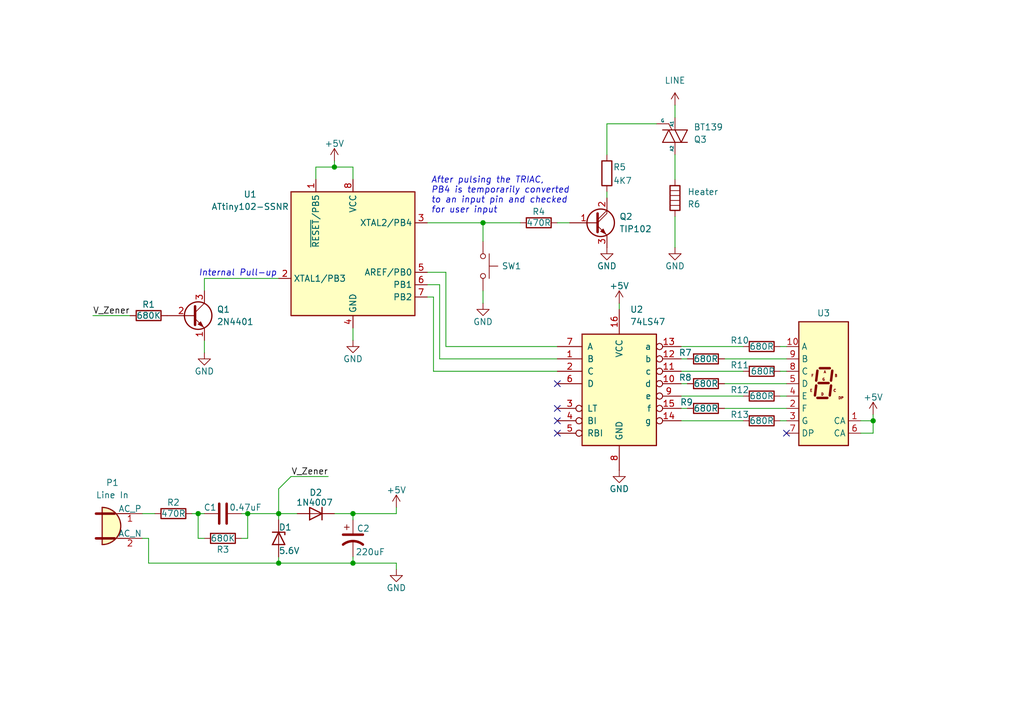
<source format=kicad_sch>
(kicad_sch (version 20231120) (generator "eeschema") (generator_version "8.0")
  (paper "A5")
  (title_block (title "Heating Pad Control Unit") (date "2024-05-06") (rev "0") (company "ZAM Industries LLC") (comment 1 "Drawn By: Mark Vaughn"))
  (lib_symbols
    (symbol "74xx:74LS47" (pin_names (offset 1.016))
      (property "Reference" "U" (at -7.62 11.43 0))
      (property "Value" "74LS47" (at -7.62 -13.97 0))
      (symbol "74LS47_1_0"
        (pin input line (at -12.7 5.08 0) (length 5.08) (name "B") (number "1"))
        (pin open_collector inverted (at 12.7 0 180) (length 5.08) (name "d") (number "10"))
        (pin open_collector inverted (at 12.7 2.54 180) (length 5.08) (name "c") (number "11"))
        (pin open_collector inverted (at 12.7 5.08 180) (length 5.08) (name "b") (number "12"))
        (pin open_collector inverted (at 12.7 7.62 180) (length 5.08) (name "a") (number "13"))
        (pin open_collector inverted (at 12.7 -7.62 180) (length 5.08) (name "g") (number "14"))
        (pin open_collector inverted (at 12.7 -5.08 180) (length 5.08) (name "f") (number "15"))
        (pin power_in line (at 0 15.24 270) (length 5.08) (name "VCC") (number "16"))
        (pin input line (at -12.7 2.54 0) (length 5.08) (name "C") (number "2"))
        (pin input inverted (at -12.7 -5.08 0) (length 5.08) (name "LT") (number "3"))
        (pin input inverted (at -12.7 -7.62 0) (length 5.08) (name "BI") (number "4"))
        (pin input inverted (at -12.7 -10.16 0) (length 5.08) (name "RBI") (number "5"))
        (pin input line (at -12.7 0 0) (length 5.08) (name "D") (number "6"))
        (pin input line (at -12.7 7.62 0) (length 5.08) (name "A") (number "7"))
        (pin power_in line (at 0 -17.78 90) (length 5.08) (name "GND") (number "8"))
        (pin open_collector inverted (at 12.7 -2.54 180) (length 5.08) (name "e") (number "9"))
      )
      (symbol "74LS47_1_1"
        (rectangle (start -7.62 10.16) (end 7.62 -12.7) (stroke (width 0.254)) (fill (type background)))
      )
    )
    (symbol "Connector:Conn_WallPlug" (pin_names (offset 0))
      (property "Reference" "P" (at -1.27 4.445 0))
      (property "Value" "Conn_WallPlug" (at -5.715 0 90))
      (symbol "Conn_WallPlug_0_1"
        (arc (start -3.175 -3.81) (mid 0.6184 0) (end -3.175 3.81) (stroke (width 0.254)) (fill (type background)))
        (polyline (pts (xy -4.445 -2.54) (xy -0.635 -2.54)) (stroke (width 0.508)))
        (polyline (pts (xy -4.445 2.54) (xy -0.635 2.54)) (stroke (width 0.508)))
        (polyline (pts (xy -3.175 -3.81) (xy -3.175 3.81)) (stroke (width 0.254)))
        (polyline (pts (xy -0.635 -2.54) (xy 2.54 -2.54)))
        (polyline (pts (xy -0.635 2.54) (xy 2.54 2.54)))
      )
      (symbol "Conn_WallPlug_1_1"
        (pin power_out line (at 5.08 2.54 180) (length 5.08) (name "AC_P") (number "1"))
        (pin power_out line (at 5.08 -2.54 180) (length 5.08) (name "AC_N") (number "2"))
      )
    )
    (symbol "Device:C" (pin_numbers hide) (pin_names (offset 0.254))
      (property "Reference" "C" (at 0.635 2.54 0))
      (property "Value" "C" (at 0.635 -2.54 0))
      (symbol "C_0_1"
        (polyline (pts (xy -2.032 -0.762) (xy 2.032 -0.762)) (stroke (width 0.508)))
        (polyline (pts (xy -2.032 0.762) (xy 2.032 0.762)) (stroke (width 0.508)))
      )
      (symbol "C_1_1"
        (pin passive line (at 0 3.81 270) (length 2.794) (name "~") (number "1"))
        (pin passive line (at 0 -3.81 90) (length 2.794) (name "~") (number "2"))
      )
    )
    (symbol "Device:C_Polarized_US" (pin_numbers hide) (pin_names (offset 0.254) hide)
      (property "Reference" "C" (at 0.635 2.54 0))
      (property "Value" "C_Polarized_US" (at 0.635 -2.54 0))
      (symbol "C_Polarized_US_0_1"
        (polyline (pts (xy -2.032 0.762) (xy 2.032 0.762)) (stroke (width 0.508)))
        (polyline (pts (xy -1.778 2.286) (xy -0.762 2.286)))
        (polyline (pts (xy -1.27 1.778) (xy -1.27 2.794)))
        (arc (start 2.032 -1.27) (mid 0 -0.5572) (end -2.032 -1.27) (stroke (width 0.508)))
      )
      (symbol "C_Polarized_US_1_1"
        (pin passive line (at 0 3.81 270) (length 2.794) (name "~") (number "1"))
        (pin passive line (at 0 -3.81 90) (length 3.302) (name "~") (number "2"))
      )
    )
    (symbol "Device:D" (pin_numbers hide) (pin_names (offset 1.016) hide)
      (property "Reference" "D" (at 0 2.54 0))
      (property "Value" "D" (at 0 -2.54 0))
      (symbol "D_0_1"
        (polyline (pts (xy -1.27 1.27) (xy -1.27 -1.27)) (stroke (width 0.254)))
        (polyline (pts (xy 1.27 0) (xy -1.27 0)))
        (polyline (pts (xy 1.27 1.27) (xy 1.27 -1.27) (xy -1.27 0) (xy 1.27 1.27)) (stroke (width 0.254)))
      )
      (symbol "D_1_1"
        (pin passive line (at -3.81 0 0) (length 2.54) (name "K") (number "1"))
        (pin passive line (at 3.81 0 180) (length 2.54) (name "A") (number "2"))
      )
    )
    (symbol "Device:D_Zener" (pin_numbers hide) (pin_names (offset 1.016) hide)
      (property "Reference" "D" (at 0 2.54 0))
      (property "Value" "D_Zener" (at 0 -2.54 0))
      (symbol "D_Zener_0_1"
        (polyline (pts (xy 1.27 0) (xy -1.27 0)))
        (polyline (pts (xy -1.27 -1.27) (xy -1.27 1.27) (xy -0.762 1.27)) (stroke (width 0.254)))
        (polyline (pts (xy 1.27 -1.27) (xy 1.27 1.27) (xy -1.27 0) (xy 1.27 -1.27)) (stroke (width 0.254)))
      )
      (symbol "D_Zener_1_1"
        (pin passive line (at -3.81 0 0) (length 2.54) (name "K") (number "1"))
        (pin passive line (at 3.81 0 180) (length 2.54) (name "A") (number "2"))
      )
    )
    (symbol "Device:Heater" (pin_numbers hide) (pin_names (offset 0))
      (property "Reference" "R" (at 2.032 0 90))
      (property "Value" "Heater" (at -2.032 0 90))
      (symbol "Heater_0_1"
        (rectangle (start -1.016 -2.54) (end 1.016 2.54) (stroke (width 0.254)))
        (polyline (pts (xy -1.016 1.524) (xy 1.016 1.524)))
        (polyline (pts (xy 1.016 -1.524) (xy -1.016 -1.524)))
        (polyline (pts (xy 1.016 -0.508) (xy -1.016 -0.508)))
        (polyline (pts (xy 1.016 0.508) (xy -1.016 0.508)))
      )
      (symbol "Heater_1_1"
        (pin passive line (at 0 3.81 270) (length 1.27) (name "~") (number "1"))
        (pin passive line (at 0 -3.81 90) (length 1.27) (name "~") (number "2"))
      )
    )
    (symbol "Device:Q_NPN_Darlington_BCE" (pin_names (offset 0) hide)
      (property "Reference" "Q" (at 4.572 1.27 0))
      (property "Value" "Q_NPN_Darlington_BCE" (at 4.572 -1.27 0))
      (symbol "Q_NPN_Darlington_BCE_0_1"
        (polyline (pts (xy 0.635 0.635) (xy 2.54 2.54)))
        (polyline (pts (xy 0.635 -0.635) (xy 2.54 -2.54) (xy 2.54 -2.54)))
        (polyline (pts (xy 0.635 0) (xy 2.54 1.905) (xy 2.54 2.54)))
        (polyline (pts (xy 0.635 1.905) (xy 0.635 -1.905) (xy 0.635 -1.905)) (stroke (width 0.508)))
        (polyline (pts (xy 1.27 -1.778) (xy 1.778 -1.27) (xy 2.286 -2.286) (xy 1.27 -1.778) (xy 1.27 -1.778)) (fill (type outline)))
        (circle (center 1.27 0) (radius 2.8194) (stroke (width 0.254)))
      )
      (symbol "Q_NPN_Darlington_BCE_1_1"
        (pin input line (at -5.08 0 0) (length 5.715) (name "B") (number "1"))
        (pin passive line (at 2.54 5.08 270) (length 2.54) (name "C") (number "2"))
        (pin passive line (at 2.54 -5.08 90) (length 2.54) (name "E") (number "3"))
      )
    )
    (symbol "Device:Q_NPN_EBC" (pin_names (offset 0) hide)
      (property "Reference" "Q" (at 5.08 1.27 0))
      (property "Value" "Q_NPN_EBC" (at 5.08 -1.27 0))
      (symbol "Q_NPN_EBC_0_1"
        (polyline (pts (xy 0.635 0.635) (xy 2.54 2.54)))
        (polyline (pts (xy 0.635 -0.635) (xy 2.54 -2.54) (xy 2.54 -2.54)))
        (polyline (pts (xy 0.635 1.905) (xy 0.635 -1.905) (xy 0.635 -1.905)) (stroke (width 0.508)))
        (polyline (pts (xy 1.27 -1.778) (xy 1.778 -1.27) (xy 2.286 -2.286) (xy 1.27 -1.778) (xy 1.27 -1.778)) (fill (type outline)))
        (circle (center 1.27 0) (radius 2.8194) (stroke (width 0.254)))
      )
      (symbol "Q_NPN_EBC_1_1"
        (pin passive line (at 2.54 -5.08 90) (length 2.54) (name "E") (number "1"))
        (pin passive line (at -5.08 0 0) (length 5.715) (name "B") (number "2"))
        (pin passive line (at 2.54 5.08 270) (length 2.54) (name "C") (number "3"))
      )
    )
    (symbol "Device:R" (pin_numbers hide) (pin_names (offset 0))
      (property "Reference" "R" (at 2.032 0 90))
      (property "Value" "R" (at 0 0 90))
      (symbol "R_0_1"
        (rectangle (start -1.016 -2.54) (end 1.016 2.54) (stroke (width 0.254)))
      )
      (symbol "R_1_1"
        (pin passive line (at 0 3.81 270) (length 1.27) (name "~") (number "1"))
        (pin passive line (at 0 -3.81 90) (length 1.27) (name "~") (number "2"))
      )
    )
    (symbol "Display_Character:SA39-12EWA"
      (property "Reference" "U" (at -3.81 13.97 0))
      (property "Value" "SA39-12EWA" (at 6.35 13.97 0))
      (symbol "SA39-12EWA_1_0"
        (text "A" (at 0.254 2.413 0) (effects (font (size 0.508 0.508))))
        (text "B" (at 2.54 1.651 0) (effects (font (size 0.508 0.508))))
        (text "C" (at 2.286 -1.397 0) (effects (font (size 0.508 0.508))))
        (text "D" (at -0.254 -2.159 0) (effects (font (size 0.508 0.508))))
        (text "DP" (at 3.556 -2.921 0) (effects (font (size 0.508 0.508))))
        (text "E" (at -2.54 -1.397 0) (effects (font (size 0.508 0.508))))
        (text "F" (at -2.286 1.651 0) (effects (font (size 0.508 0.508))))
        (text "G" (at 0 0.889 0) (effects (font (size 0.508 0.508))))
      )
      (symbol "SA39-12EWA_1_1"
        (rectangle (start -5.08 12.7) (end 5.08 -12.7) (stroke (width 0.254)) (fill (type background)))
        (polyline (pts (xy -1.524 -0.381) (xy -1.778 -2.413)) (stroke (width 0.508)))
        (polyline (pts (xy -1.27 -2.921) (xy 0.762 -2.921)) (stroke (width 0.508)))
        (polyline (pts (xy -1.27 2.667) (xy -1.524 0.635)) (stroke (width 0.508)))
        (polyline (pts (xy -1.016 0.127) (xy 1.016 0.127)) (stroke (width 0.508)))
        (polyline (pts (xy -0.762 3.175) (xy 1.27 3.175)) (stroke (width 0.508)))
        (polyline (pts (xy 1.524 -0.381) (xy 1.27 -2.413)) (stroke (width 0.508)))
        (polyline (pts (xy 1.778 2.667) (xy 1.524 0.635)) (stroke (width 0.508)))
        (polyline (pts (xy 2.54 -2.921) (xy 2.54 -2.921)) (stroke (width 0.508)))
        (pin input line (at 7.62 -7.62 180) (length 2.54) (name "CA") (number "1"))
        (pin input line (at -7.62 7.62 0) (length 2.54) (name "A") (number "10"))
        (pin input line (at -7.62 -5.08 0) (length 2.54) (name "F") (number "2"))
        (pin input line (at -7.62 -7.62 0) (length 2.54) (name "G") (number "3"))
        (pin input line (at -7.62 -2.54 0) (length 2.54) (name "E") (number "4"))
        (pin input line (at -7.62 0 0) (length 2.54) (name "D") (number "5"))
        (pin input line (at 7.62 -10.16 180) (length 2.54) (name "CA") (number "6"))
        (pin input line (at -7.62 -10.16 0) (length 2.54) (name "DP") (number "7"))
        (pin input line (at -7.62 2.54 0) (length 2.54) (name "C") (number "8"))
        (pin input line (at -7.62 5.08 0) (length 2.54) (name "B") (number "9"))
      )
    )
    (symbol "MCU_Microchip_ATtiny:ATtiny25-20P"
      (property "Reference" "U?" (at -13.462 11.938 0))
      (property "Value" "ATtiny25-20P" (at -13.462 9.398 0))
      (symbol "ATtiny25-20P_0_1"
        (rectangle (start -12.7 12.7) (end 12.7 -12.7) (stroke (width 0.254)) (fill (type background)))
      )
      (symbol "ATtiny25-20P_1_1"
        (pin bidirectional line (at -7.62 15.24 270) (length 2.54) (name "~{RESET}/PB5") (number "1"))
        (pin bidirectional line (at -15.24 -5.08 0) (length 2.54) (name "XTAL1/PB3") (number "2"))
        (pin bidirectional line (at 15.24 6.35 180) (length 2.54) (name "XTAL2/PB4") (number "3"))
        (pin power_in line (at 0 -15.24 90) (length 2.54) (name "GND") (number "4"))
        (pin bidirectional line (at 15.24 -3.81 180) (length 2.54) (name "AREF/PB0") (number "5"))
        (pin bidirectional line (at 15.24 -6.35 180) (length 2.54) (name "PB1") (number "6"))
        (pin bidirectional line (at 15.24 -8.89 180) (length 2.54) (name "PB2") (number "7"))
        (pin power_in line (at 0 15.24 270) (length 2.54) (name "VCC") (number "8"))
      )
    )
    (symbol "Switch:SW_Push" (pin_numbers hide) (pin_names (offset 1.016) hide)
      (property "Reference" "SW" (at 1.27 2.54 0))
      (property "Value" "SW_Push" (at 0 -1.524 0))
      (symbol "SW_Push_0_1"
        (circle (center -2.032 0) (radius 0.508))
        (polyline (pts (xy 0 1.27) (xy 0 3.048)))
        (polyline (pts (xy 2.54 1.27) (xy -2.54 1.27)))
        (circle (center 2.032 0) (radius 0.508))
        (pin passive line (at -5.08 0 0) (length 2.54) (name "1") (number "1"))
        (pin passive line (at 5.08 0 180) (length 2.54) (name "2") (number "2"))
      )
    )
    (symbol "Triac_Thyristor:BT139-600" (pin_numbers hide) (pin_names (offset 0))
      (property "Reference" "Q" (at 5.08 1.905 0))
      (property "Value" "BT139-600" (at 5.08 0 0))
      (symbol "BT139-600_0_1"
        (polyline (pts (xy -2.54 -1.27) (xy 2.54 -1.27)) (stroke (width 0.2032)))
        (polyline (pts (xy -2.54 1.27) (xy 2.54 1.27)) (stroke (width 0.2032)))
        (polyline (pts (xy -1.27 -2.54) (xy -0.635 -1.27)))
        (polyline (pts (xy -2.54 1.27) (xy -1.27 -1.27) (xy 0 1.27)) (stroke (width 0.2032)))
        (polyline (pts (xy 0 -1.27) (xy 1.27 1.27) (xy 2.54 -1.27)) (stroke (width 0.2032)))
      )
      (symbol "BT139-600_1_1"
        (pin passive line (at 0 -3.81 90) (length 2.54) (name "A1") (number "1"))
        (pin passive line (at 0 3.81 270) (length 2.54) (name "A2") (number "2"))
        (pin input line (at -3.81 -2.54 0) (length 2.54) (name "G") (number "3"))
      )
    )
    (symbol "power:+5V" (power) (pin_numbers hide) (pin_names (offset 0) hide)
      (property "Value" "+5V" (at 0 3.556 0))
      (symbol "+5V_0_1"
        (polyline (pts (xy -0.762 1.27) (xy 0 2.54)))
        (polyline (pts (xy 0 0) (xy 0 2.54)))
        (polyline (pts (xy 0 2.54) (xy 0.762 1.27)))
      )
      (symbol "+5V_1_1"
        (pin power_in line (at 0 0 90) (length 0) (name "~") (number "1"))
      )
    )
    (symbol "power:GND" (power) (pin_numbers hide) (pin_names (offset 0) hide)
      (property "Value" "GND" (at 0 -3.81 0))
      (symbol "GND_0_1"
        (polyline (pts (xy 0 0) (xy 0 -1.27) (xy 1.27 -1.27) (xy 0 -2.54) (xy -1.27 -1.27) (xy 0 -1.27)))
      )
      (symbol "GND_1_1"
        (pin power_in line (at 0 0 270) (length 0) (name "~") (number "1"))
      )
    )
    (symbol "power:LINE" (power) (pin_numbers hide) (pin_names (offset 0) hide)
      (property "Value" "LINE" (at 0 3.556 0))
      (symbol "LINE_0_1"
        (polyline (pts (xy -0.762 1.27) (xy 0 2.54)))
        (polyline (pts (xy 0 0) (xy 0 2.54)))
        (polyline (pts (xy 0 2.54) (xy 0.762 1.27)))
      )
      (symbol "LINE_1_1"
        (pin power_in line (at 0 0 90) (length 0) (name "~") (number "1"))
      )
    )
  )
  (junction (at 57.15 105.41))
  (junction (at 50.8 105.41))
  (junction (at 99.06 45.72))
  (junction (at 72.39 105.41))
  (junction (at 57.15 115.57))
  (junction (at 72.39 115.57))
  (junction (at 40.64 105.41))
  (junction (at 68.58 34.29))
  (junction (at 179.07 86.36))
  (no_connect (at 114.3 88.9))
  (no_connect (at 114.3 83.82))
  (no_connect (at 114.3 86.36))
  (no_connect (at 114.3 78.74))
  (no_connect (at 161.29 88.9))
  (wire (pts (xy 72.39 105.41) (xy 72.39 106.68)))
  (wire (pts (xy 161.29 71.12) (xy 160.02 71.12)))
  (wire (pts (xy 30.48 110.49) (xy 30.48 115.57)))
  (wire (pts (xy 124.46 39.37) (xy 124.46 40.64)))
  (wire (pts (xy 50.8 105.41) (xy 57.15 105.41)))
  (wire (pts (xy 59.69 97.79) (xy 67.31 97.79)))
  (wire (pts (xy 50.8 105.41) (xy 50.8 110.49)))
  (wire (pts (xy 140.97 78.74) (xy 139.7 78.74)))
  (wire (pts (xy 49.53 110.49) (xy 50.8 110.49)))
  (wire (pts (xy 39.37 105.41) (xy 40.64 105.41)))
  (wire (pts (xy 127 62.23) (xy 127 63.5)))
  (wire (pts (xy 139.7 81.28) (xy 152.4 81.28)))
  (wire (pts (xy 57.15 115.57) (xy 72.39 115.57)))
  (wire (pts (xy 30.48 115.57) (xy 57.15 115.57)))
  (wire (pts (xy 99.06 45.72) (xy 99.06 49.53)))
  (wire (pts (xy 19.05 64.77) (xy 26.67 64.77)))
  (wire (pts (xy 72.39 114.3) (xy 72.39 115.57)))
  (wire (pts (xy 57.15 105.41) (xy 57.15 100.33)))
  (wire (pts (xy 81.28 115.57) (xy 81.28 116.84)))
  (wire (pts (xy 57.15 114.3) (xy 57.15 115.57)))
  (wire (pts (xy 148.59 78.74) (xy 161.29 78.74)))
  (wire (pts (xy 68.58 34.29) (xy 72.39 34.29)))
  (wire (pts (xy 68.58 33.02) (xy 68.58 34.29)))
  (wire (pts (xy 140.97 73.66) (xy 139.7 73.66)))
  (wire (pts (xy 114.3 45.72) (xy 116.84 45.72)))
  (wire (pts (xy 139.7 86.36) (xy 152.4 86.36)))
  (wire (pts (xy 41.91 69.85) (xy 41.91 72.39)))
  (wire (pts (xy 139.7 71.12) (xy 152.4 71.12)))
  (wire (pts (xy 64.77 34.29) (xy 68.58 34.29)))
  (wire (pts (xy 57.15 105.41) (xy 57.15 106.68)))
  (wire (pts (xy 87.63 58.42) (xy 90.17 58.42)))
  (wire (pts (xy 138.43 31.75) (xy 138.43 36.83)))
  (wire (pts (xy 91.44 55.88) (xy 91.44 71.12)))
  (wire (pts (xy 176.53 88.9) (xy 179.07 88.9)))
  (wire (pts (xy 64.77 34.29) (xy 64.77 36.83)))
  (wire (pts (xy 87.63 60.96) (xy 88.9 60.96)))
  (wire (pts (xy 179.07 85.09) (xy 179.07 86.36)))
  (wire (pts (xy 179.07 86.36) (xy 179.07 88.9)))
  (wire (pts (xy 99.06 59.69) (xy 99.06 62.23)))
  (wire (pts (xy 138.43 21.59) (xy 138.43 24.13)))
  (wire (pts (xy 161.29 86.36) (xy 160.02 86.36)))
  (wire (pts (xy 30.48 110.49) (xy 29.21 110.49)))
  (wire (pts (xy 41.91 57.15) (xy 41.91 59.69)))
  (wire (pts (xy 81.28 104.14) (xy 81.28 105.41)))
  (wire (pts (xy 148.59 73.66) (xy 161.29 73.66)))
  (wire (pts (xy 72.39 34.29) (xy 72.39 36.83)))
  (wire (pts (xy 49.53 105.41) (xy 50.8 105.41)))
  (wire (pts (xy 72.39 115.57) (xy 81.28 115.57)))
  (wire (pts (xy 148.59 83.82) (xy 161.29 83.82)))
  (wire (pts (xy 124.46 25.4) (xy 134.62 25.4)))
  (wire (pts (xy 87.63 45.72) (xy 99.06 45.72)))
  (wire (pts (xy 161.29 76.2) (xy 160.02 76.2)))
  (wire (pts (xy 124.46 25.4) (xy 124.46 31.75)))
  (wire (pts (xy 40.64 105.41) (xy 41.91 105.41)))
  (wire (pts (xy 176.53 86.36) (xy 179.07 86.36)))
  (wire (pts (xy 88.9 60.96) (xy 88.9 76.2)))
  (wire (pts (xy 68.58 105.41) (xy 72.39 105.41)))
  (wire (pts (xy 140.97 83.82) (xy 139.7 83.82)))
  (wire (pts (xy 138.43 44.45) (xy 138.43 50.8)))
  (wire (pts (xy 72.39 105.41) (xy 81.28 105.41)))
  (wire (pts (xy 161.29 81.28) (xy 160.02 81.28)))
  (wire (pts (xy 88.9 76.2) (xy 114.3 76.2)))
  (wire (pts (xy 57.15 100.33) (xy 59.69 97.79)))
  (wire (pts (xy 91.44 71.12) (xy 114.3 71.12)))
  (wire (pts (xy 139.7 76.2) (xy 152.4 76.2)))
  (wire (pts (xy 57.15 105.41) (xy 60.96 105.41)))
  (wire (pts (xy 40.64 105.41) (xy 40.64 110.49)))
  (wire (pts (xy 41.91 57.15) (xy 57.15 57.15)))
  (wire (pts (xy 87.63 55.88) (xy 91.44 55.88)))
  (wire (pts (xy 90.17 58.42) (xy 90.17 73.66)))
  (wire (pts (xy 72.39 67.31) (xy 72.39 69.85)))
  (wire (pts (xy 90.17 73.66) (xy 114.3 73.66)))
  (wire (pts (xy 99.06 45.72) (xy 106.68 45.72)))
  (wire (pts (xy 29.21 105.41) (xy 31.75 105.41)))
  (wire (pts (xy 40.64 110.49) (xy 41.91 110.49)))
  (text "Internal Pull-up" (at 48.768 56.134 0) (effects (font (size 1.27 1.27) (italic yes))))
  (text "After pulsing the TRIAC,\nPB4 is temporarily converted\nto an input pin and checked\nfor user input" (at 88.392 40.132 0) (effects (font (size 1.27 1.27) (italic yes)) (justify left)))
  (label "V_Zener" (at 19.05 64.77 0))
  (label "V_Zener" (at 67.31 97.79 180))
  (symbol (lib_id "power:+5V") (at 81.28 104.14 0) (unit 1)
    (property "Reference" "#PWR04" (effects (hide yes)))
    (property "Value" "+5V" (at 81.28 100.584 0))
    (property "Description" "Power symbol creates a global label with name \"+5V\"" (effects (hide yes)))
  )
  (symbol (lib_id "Triac_Thyristor:BT139-600") (at 138.43 27.94 0) (mirror x) (unit 1)
    (property "Reference" "Q3" (at 142.24 28.6259 0) (effects (justify left)))
    (property "Value" "BT139" (at 142.24 26.0859 0) (effects (justify left)))
    (property "Footprint" "Package_TO_SOT_THT:TO-220-3_Vertical" (effects (hide yes)))
    (property "Datasheet" "https://www.rapidonline.com/pdf/47-3240.pdf" (effects (hide yes)))
    (property "Description" "16A RMS, 600V Off-State Voltage, 4Q Triac, TO-220" (effects (hide yes)))
  )
  (symbol (lib_id "Device:R") (at 124.46 35.56 0) (unit 1)
    (property "Reference" "R5" (at 125.73 34.29 0) (effects (justify left)))
    (property "Value" "4K7" (at 125.73 37.084 0) (effects (justify left)))
    (property "Description" "Resistor" (effects (hide yes)))
  )
  (symbol (lib_id "Device:Q_NPN_Darlington_BCE") (at 121.92 45.72 0) (unit 1)
    (property "Reference" "Q2" (at 127 44.4499 0) (effects (justify left)))
    (property "Value" "TIP102" (at 127 46.9899 0) (effects (justify left)))
    (property "Description" "NPN Darlington transistor, base/collector/emitter" (effects (hide yes)))
  )
  (symbol (lib_id "power:GND") (at 138.43 50.8 0) (unit 1)
    (property "Reference" "#PWR011" (effects (hide yes)))
    (property "Value" "GND" (at 138.43 54.61 0))
    (property "Description" "Power symbol creates a global label with name \"GND\" , ground" (effects (hide yes)))
  )
  (symbol (lib_id "Device:R") (at 144.78 73.66 270) (mirror x) (unit 1)
    (property "Reference" "R7" (at 139.192 72.39 90) (effects (justify left)))
    (property "Value" "680R" (at 144.78 73.66 90))
    (property "Description" "Resistor" (effects (hide yes)))
  )
  (symbol (lib_id "Device:R") (at 35.56 105.41 270) (mirror x) (unit 1)
    (property "Reference" "R2" (at 35.56 103.124 90))
    (property "Value" "470R" (at 35.56 105.41 90))
    (property "Description" "Resistor" (effects (hide yes)))
  )
  (symbol (lib_id "power:GND") (at 72.39 69.85 0) (unit 1)
    (property "Reference" "#PWR03" (effects (hide yes)))
    (property "Value" "GND" (at 72.39 73.66 0))
    (property "Description" "Power symbol creates a global label with name \"GND\" , ground" (effects (hide yes)))
  )
  (symbol (lib_id "power:GND") (at 124.46 50.8 0) (unit 1)
    (property "Reference" "#PWR07" (effects (hide yes)))
    (property "Value" "GND" (at 124.46 54.61 0))
    (property "Description" "Power symbol creates a global label with name \"GND\" , ground" (effects (hide yes)))
  )
  (symbol (lib_id "Device:C") (at 45.72 105.41 90) (unit 1)
    (property "Reference" "C1" (at 44.45 104.14 90) (effects (justify left)))
    (property "Value" "0.47uF" (at 46.99 104.14 90) (effects (justify right)))
    (property "Description" "Unpolarized capacitor" (effects (hide yes)))
  )
  (symbol (lib_id "Device:R") (at 30.48 64.77 270) (unit 1)
    (property "Reference" "R1" (at 30.48 62.484 90))
    (property "Value" "680K" (at 30.48 64.77 90))
    (property "Description" "Resistor" (effects (hide yes)))
  )
  (symbol (lib_id "power:LINE") (at 138.43 21.59 0) (unit 1)
    (property "Reference" "#PWR010" (effects (hide yes)))
    (property "Value" "LINE" (at 138.43 16.51 0))
    (property "Description" "Power symbol creates a global label with name \"LINE\"" (effects (hide yes)))
  )
  (symbol (lib_id "power:GND") (at 127 96.52 0) (unit 1)
    (property "Reference" "#PWR09" (effects (hide yes)))
    (property "Value" "GND" (at 127 100.33 0))
    (property "Description" "Power symbol creates a global label with name \"GND\" , ground" (effects (hide yes)))
  )
  (symbol (lib_id "Device:R") (at 110.49 45.72 270) (mirror x) (unit 1)
    (property "Reference" "R4" (at 110.49 43.434 90))
    (property "Value" "470R" (at 110.49 45.72 90))
    (property "Description" "Resistor" (effects (hide yes)))
  )
  (symbol (lib_id "Switch:SW_Push") (at 99.06 54.61 270) (unit 1)
    (property "Reference" "SW1" (at 102.87 54.61 90) (effects (justify left)))
    (property "Value" "SW_Push" (effects (hide yes)))
    (property "Description" "Push button switch, generic, two pins" (effects (hide yes)))
  )
  (symbol (lib_id "Device:R") (at 156.21 81.28 270) (mirror x) (unit 1)
    (property "Reference" "R12" (at 153.67 80.01 90) (effects (justify right)))
    (property "Value" "680R" (at 156.21 81.28 90))
    (property "Description" "Resistor" (effects (hide yes)))
  )
  (symbol (lib_id "Device:R") (at 45.72 110.49 270) (mirror x) (unit 1)
    (property "Reference" "R3" (at 45.72 112.776 90))
    (property "Value" "680K" (at 45.72 110.49 90))
    (property "Description" "Resistor" (effects (hide yes)))
  )
  (symbol (lib_id "Device:C_Polarized_US") (at 72.39 110.49 0) (unit 1)
    (property "Reference" "C2" (at 73.152 108.458 0) (effects (justify left)))
    (property "Value" "220uF" (at 72.898 113.284 0) (effects (justify left)))
    (property "Description" "Polarized capacitor, US symbol" (effects (hide yes)))
  )
  (symbol (lib_id "power:GND") (at 81.28 116.84 0) (unit 1)
    (property "Reference" "#PWR05" (effects (hide yes)))
    (property "Value" "GND" (at 81.28 120.65 0))
    (property "Description" "Power symbol creates a global label with name \"GND\" , ground" (effects (hide yes)))
  )
  (symbol (lib_id "power:+5V") (at 68.58 33.02 0) (unit 1)
    (property "Reference" "#PWR02" (effects (hide yes)))
    (property "Value" "+5V" (at 68.58 29.464 0))
    (property "Description" "Power symbol creates a global label with name \"+5V\"" (effects (hide yes)))
  )
  (symbol (lib_id "MCU_Microchip_ATtiny:ATtiny25-20P") (at 72.39 52.07 0) (unit 1)
    (property "Reference" "U1" (at 51.308 39.878 0))
    (property "Value" "ATtiny102-SSNR" (at 51.308 42.418 0))
    (property "Footprint" "Package_DIP:DIP-8_W7.62mm" (effects (hide yes)))
    (property "Datasheet" "http://ww1.microchip.com/downloads/en/DeviceDoc/atmel-2586-avr-8-bit-microcontroller-attiny25-attiny45-attiny85_datasheet.pdf" (effects (hide yes)))
    (property "Description" "20MHz, 2kB Flash, 128B SRAM, 128B EEPROM, debugWIRE, DIP-8" (effects (hide yes)))
  )
  (symbol (lib_id "Device:R") (at 156.21 71.12 270) (mirror x) (unit 1)
    (property "Reference" "R10" (at 153.67 69.85 90) (effects (justify right)))
    (property "Value" "680R" (at 156.21 71.12 90))
    (property "Description" "Resistor" (effects (hide yes)))
  )
  (symbol (lib_id "Device:D") (at 64.77 105.41 180) (unit 1)
    (property "Reference" "D2" (at 64.77 101.092 0))
    (property "Value" "1N4007" (at 64.516 103.124 0))
    (property "Description" "Diode" (effects (hide yes)))
    (property "Sim.Device" "D" (effects (hide yes)))
    (property "Sim.Pins" "1=K 2=A" (effects (hide yes)))
  )
  (symbol (lib_id "power:+5V") (at 127 62.23 0) (unit 1)
    (property "Reference" "#PWR08" (effects (hide yes)))
    (property "Value" "+5V" (at 127 58.674 0))
    (property "Description" "Power symbol creates a global label with name \"+5V\"" (effects (hide yes)))
  )
  (symbol (lib_id "Device:R") (at 156.21 76.2 270) (mirror x) (unit 1)
    (property "Reference" "R11" (at 153.67 74.93 90) (effects (justify right)))
    (property "Value" "680R" (at 156.464 76.2 90))
    (property "Description" "Resistor" (effects (hide yes)))
  )
  (symbol (lib_id "Device:R") (at 156.21 86.36 270) (mirror x) (unit 1)
    (property "Reference" "R13" (at 153.67 85.09 90) (effects (justify right)))
    (property "Value" "680R" (at 156.21 86.36 90))
    (property "Description" "Resistor" (effects (hide yes)))
  )
  (symbol (lib_id "power:GND") (at 99.06 62.23 0) (unit 1)
    (property "Reference" "#PWR06" (effects (hide yes)))
    (property "Value" "GND" (at 99.06 66.04 0))
    (property "Description" "Power symbol creates a global label with name \"GND\" , ground" (effects (hide yes)))
  )
  (symbol (lib_id "Display_Character:SA39-12EWA") (at 168.91 78.74 0) (unit 1)
    (property "Reference" "U3" (at 168.91 64.262 0))
    (property "Footprint" "Display_7Segment:Sx39-1xxxxx" (effects (hide yes)))
    (property "Datasheet" "http://www.kingbrightusa.com/images/catalog/SPEC/sa39-12ewa.pdf" (effects (hide yes)))
    (property "Description" "Single digit 7 segment display, high efficiency red, common anode" (effects (hide yes)))
  )
  (symbol (lib_id "74xx:74LS47") (at 127 78.74 0) (unit 1)
    (property "Reference" "U2" (at 129.1941 63.5 0) (effects (justify left)))
    (property "Value" "74LS47" (at 129.1941 66.04 0) (effects (justify left)))
    (property "Datasheet" "http://www.ti.com/lit/gpn/sn74LS47" (effects (hide yes)))
    (property "Description" "BCD to 7-segment Driver, Open Collector, 30V outputs" (effects (hide yes)))
  )
  (symbol (lib_id "Device:R") (at 144.78 78.74 90) (unit 1)
    (property "Reference" "R8" (at 139.192 77.47 90) (effects (justify right)))
    (property "Value" "680R" (at 144.78 78.74 90))
    (property "Description" "Resistor" (effects (hide yes)))
  )
  (symbol (lib_id "power:GND") (at 41.91 72.39 0) (unit 1)
    (property "Reference" "#PWR01" (effects (hide yes)))
    (property "Value" "GND" (at 41.91 76.2 0))
    (property "Description" "Power symbol creates a global label with name \"GND\" , ground" (effects (hide yes)))
  )
  (symbol (lib_id "Device:Q_NPN_EBC") (at 39.37 64.77 0) (unit 1)
    (property "Reference" "Q1" (at 44.45 63.4999 0) (effects (justify left)))
    (property "Value" "2N4401" (at 44.45 66.0399 0) (effects (justify left)))
    (property "Description" "NPN transistor, emitter/base/collector" (effects (hide yes)))
  )
  (symbol (lib_id "Device:Heater") (at 138.43 40.64 0) (mirror x) (unit 1)
    (property "Reference" "R6" (at 140.97 41.9101 0) (effects (justify left)))
    (property "Value" "Heater" (at 140.97 39.3701 0) (effects (justify left)))
    (property "Description" "Resistive heater" (effects (hide yes)))
  )
  (symbol (lib_id "Device:R") (at 144.78 83.82 90) (unit 1)
    (property "Reference" "R9" (at 139.446 82.55 90) (effects (justify right)))
    (property "Value" "680R" (at 144.78 83.82 90))
    (property "Description" "Resistor" (effects (hide yes)))
  )
  (symbol (lib_id "Device:D_Zener") (at 57.15 110.49 270) (unit 1)
    (property "Reference" "D1" (at 57.15 108.204 90) (effects (justify left)))
    (property "Value" "5.6V" (at 57.15 113.03 90) (effects (justify left)))
    (property "Description" "Zener diode" (effects (hide yes)))
  )
  (symbol (lib_id "Connector:Conn_WallPlug") (at 24.13 107.95 0) (unit 1)
    (property "Reference" "P1" (at 23.0505 99.06 0))
    (property "Value" "Line In" (at 23.0505 101.6 0))
    (property "Description" "3-pin general wall plug, no Earth wire (110VAC, 220VAC)" (effects (hide yes)))
  )
  (symbol (lib_id "power:+5V") (at 179.07 85.09 0) (unit 1)
    (property "Reference" "#PWR012" (effects (hide yes)))
    (property "Value" "+5V" (at 179.07 81.534 0))
    (property "Description" "Power symbol creates a global label with name \"+5V\"" (effects (hide yes)))
  )
)
</source>
